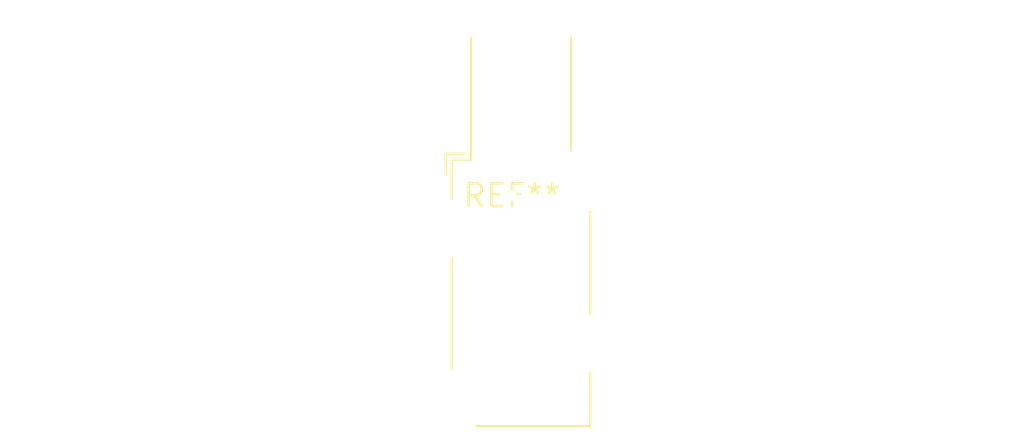
<source format=kicad_pcb>
(kicad_pcb (version 20240108) (generator pcbnew)
  (layers (0 "F.Cu" signal) (31 "B.Cu" signal) (34 "B.Paste" user) (35 "F.Paste" user) (36 "B.SilkS" user "B.Silkscreen") (37 "F.SilkS" user "F.Silkscreen") (38 "B.Mask" user) (39 "F.Mask" user) (44 "Edge.Cuts" user))
  (net 0 "")
  (footprint "HDMI_A_Kycon_KDMIX-SL1-NS-WS-B15_VerticalRightAngle" (layer "F.Cu") (at 0 0)
    (property "Reference" "REF**")
    (property "Value" "HDMI_A_Kycon_KDMIX-SL1-NS-WS-B15_VerticalRightAngle")
    (fp_line (start -3.7 -2.35) (end -3.7 -1.2) (layer "F.SilkS") (stroke (width 0.12)))
    (fp_line (start -3.7 -2.35) (end -2.6 -2.35) (layer "F.SilkS") (stroke (width 0.12)))
    (fp_line (start -3.36 -2.01) (end -3.36 0.2) (layer "F.SilkS") (stroke (width 0.12)))
    (fp_line (start -3.36 9.7) (end -3.36 3.5) (layer "F.SilkS") (stroke (width 0.12)))
    (fp_line (start -2.285 -8.84) (end -2.285 -2.01) (layer "F.SilkS") (stroke (width 0.12)))
    (fp_line (start -2.285 -2.01) (end -3.36 -2.01) (layer "F.SilkS") (stroke (width 0.12)))
    (fp_line (start 3.285 -8.84) (end 3.285 -2.5) (layer "F.SilkS") (stroke (width 0.12)))
    (fp_line (start 4.36 6.6) (end 4.36 0.9) (layer "F.SilkS") (stroke (width 0.12)))
    (fp_line (start 4.36 12.86) (end -2 12.86) (layer "F.SilkS") (stroke (width 0.12)))
    (fp_line (start 4.36 12.86) (end 4.36 9.9) (layer "F.SilkS") (stroke (width 0.12)))
    (pad "" np_thru_hole circle (at -1 -1.9 180) (size 1.7 1.7) (drill 1.7) (layers *.Cu *.Mask))
    (pad "" np_thru_hole circle (at 2.5 11.35 180) (size 1.7 1.7) (drill 1.7) (layers *.Cu *.Mask))
    (pad "1" thru_hole roundrect (at 0 0 180) (size 0.8 0.8) (drill 0.55) (layers *.Cu *.Mask) (remove_unused_layers) (roundrect_rratio 0.3125))
    (pad "2" thru_hole circle (at 1 0.5775 180) (size 0.8 0.8) (drill 0.55) (layers *.Cu *.Mask) (remove_unused_layers))
    (pad "3" thru_hole circle (at 0 1.155 180) (size 0.8 0.8) (drill 0.55) (layers *.Cu *.Mask) (remove_unused_layers))
    (pad "4" thru_hole circle (at 1 1.7325 180) (size 0.8 0.8) (drill 0.55) (layers *.Cu *.Mask) (remove_unused_layers))
    (pad "5" thru_hole circle (at 0 2.31 180) (size 0.8 0.8) (drill 0.55) (layers *.Cu *.Mask) (remove_unused_layers))
    (pad "6" thru_hole circle (at 1 2.8875 180) (size 0.8 0.8) (drill 0.55) (layers *.Cu *.Mask) (remove_unused_layers))
    (pad "7" thru_hole circle (at 0 3.465 180) (size 0.8 0.8) (drill 0.55) (layers *.Cu *.Mask) (remove_unused_layers))
    (pad "8" thru_hole circle (at 1 4.0425 180) (size 0.8 0.8) (drill 0.55) (layers *.Cu *.Mask) (remove_unused_layers))
    (pad "9" thru_hole circle (at 0 4.62 180) (size 0.8 0.8) (drill 0.55) (layers *.Cu *.Mask) (remove_unused_layers))
    (pad "10" thru_hole circle (at 1 5.1975 180) (size 0.8 0.8) (drill 0.55) (layers *.Cu *.Mask) (remove_unused_layers))
    (pad "11" thru_hole circle (at 0 5.775 180) (size 0.8 0.8) (drill 0.55) (layers *.Cu *.Mask) (remove_unused_layers))
    (pad "12" thru_hole circle (at 1 6.3525 180) (size 0.8 0.8) (drill 0.55) (layers *.Cu *.Mask) (remove_unused_layers))
    (pad "13" thru_hole circle (at 0 6.93 180) (size 0.8 0.8) (drill 0.55) (layers *.Cu *.Mask) (remove_unused_layers))
    (pad "14" thru_hole circle (at 1 7.5075 180) (size 0.8 0.8) (drill 0.55) (layers *.Cu *.Mask) (remove_unused_layers))
    (pad "15" thru_hole circle (at 0 8.085 180) (size 0.8 0.8) (drill 0.55) (layers *.Cu *.Mask) (remove_unused_layers))
    (pad "16" thru_hole circle (at 1 8.6625 180) (size 0.8 0.8) (drill 0.55) (layers *.Cu *.Mask) (remove_unused_layers))
    (pad "17" thru_hole circle (at 0 9.24 180) (size 0.8 0.8) (drill 0.55) (layers *.Cu *.Mask) (remove_unused_layers))
    (pad "18" thru_hole circle (at 1 9.8175 180) (size 0.8 0.8) (drill 0.55) (layers *.Cu *.Mask) (remove_unused_layers))
    (pad "19" thru_hole circle (at 0 10.395 180) (size 0.8 0.8) (drill 0.55) (layers *.Cu *.Mask) (remove_unused_layers))
    (pad "SH" thru_hole oval (at -2.75 1.85 180) (size 1.4 3.2) (drill oval 0.9 2.7) (layers *.Cu *.Mask) (remove_unused_layers))
    (pad "SH" thru_hole oval (at -2.75 11.35 180) (size 1.4 3.2) (drill oval 0.9 2.7) (layers *.Cu *.Mask) (remove_unused_layers))
    (pad "SH" thru_hole oval (at 3.75 -0.75 180) (size 1.4 3.2) (drill oval 0.9 2.7) (layers *.Cu *.Mask) (remove_unused_layers))
    (pad "SH" thru_hole oval (at 3.75 8.25 180) (size 1.4 3.2) (drill oval 0.9 2.7) (layers *.Cu *.Mask) (remove_unused_layers))
  )
)
</source>
